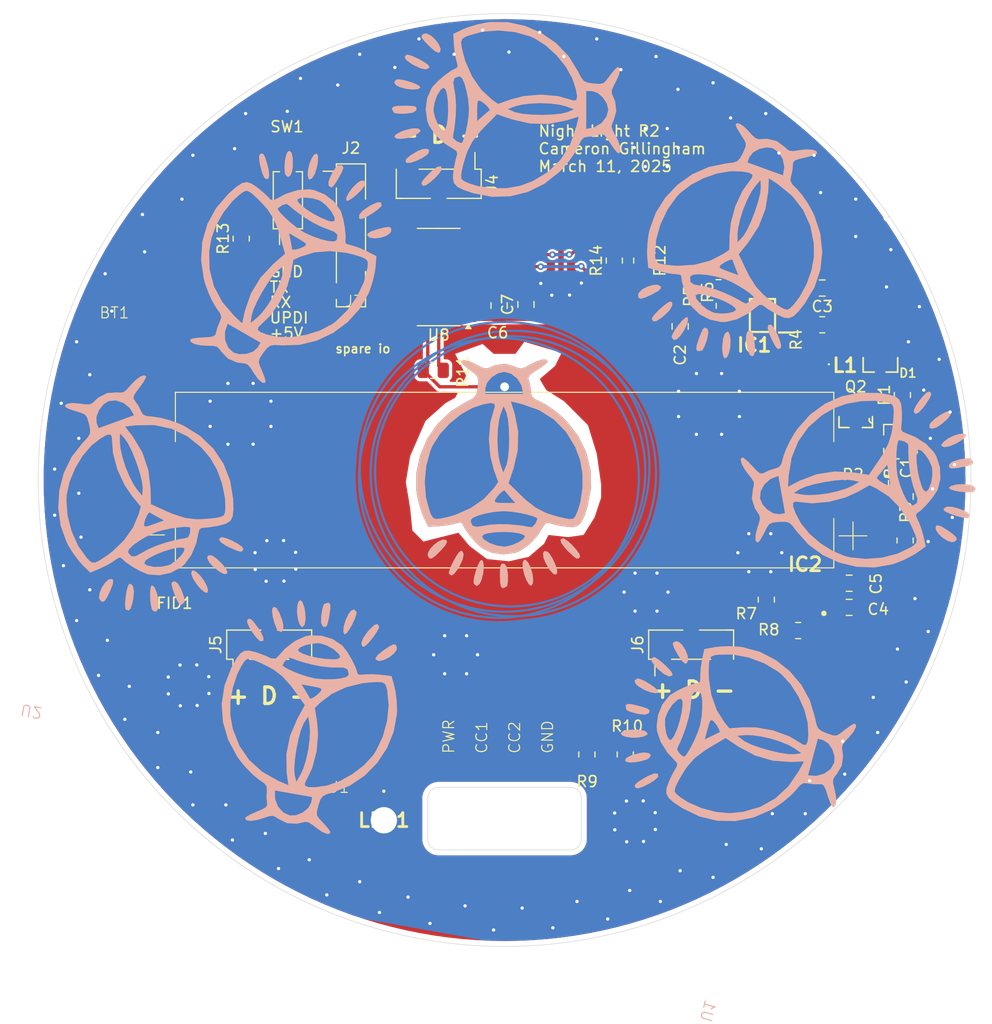
<source format=kicad_pcb>
(kicad_pcb (version 20221018) (generator pcbnew)
  (layers (0 "F.Cu" signal) (31 "B.Cu" signal) (34 "B.Paste" user) (35 "F.Paste" user) (36 "B.SilkS" user "B.Silkscreen") (37 "F.SilkS" user "F.Silkscreen") (38 "B.Mask" user) (39 "F.Mask" user) (44 "Edge.Cuts" user))
  (net 0 "")
  (net 1 "/MCU/RETURN")
  (net 2 "/Charge Controller/Vbatt")
  (net 3 "GND")
  (net 4 "+5V")
  (net 5 "Net-(IC1-LX)")
  (net 6 "Net-(IC1-EN)")
  (net 7 "Net-(IC1-FB)")
  (net 9 "Net-(IC1-VIN)")
  (net 10 "Net-(Q1-G)")
  (net 11 "Net-(D1-Pad3)")
  (net 13 "/Charge Controller/Vbus")
  (net 14 "/MCU/FET_CONTROL")
  (net 16 "Net-(IC2-STAT)")
  (net 17 "Net-(IC2-PROG)")
  (net 18 "Net-(J1-CC1)")
  (net 19 "Net-(J1-CC2)")
  (net 20 "/MCU/LED_DATA")
  (net 21 "Net-(J5-Pin_2)")
  (net 22 "/MCU/PA_1")
  (net 23 "/MCU/PA_2")
  (net 24 "/MCU/PA_3")
  (net 25 "/MCU/TX")
  (net 26 "/MCU/RX")
  (net 27 "/MCU/UPDI")
  (net 28 "Net-(LED1-K)")
  (net 29 "Net-(Q1-D)")
  (net 30 "/MCU/BATT_M")
  (net 31 "/MCU/TILT_SW")
  (net 32 "/MCU/SEND")
  (footprint "Resistor_SMD:R_0805_2012Metric" (layer "F.Cu") (at 160 80 90)
    (fp_text reference "R14")
    (fp_text value "1M")
  )
  (footprint "Resistor_SMD:R_0805_2012Metric" (layer "F.Cu") (at 186.25 92.25 90)
    (fp_text reference "R1")
    (fp_text value "10K")
  )
  (footprint "Capacitor_SMD:C_0805_2012Metric" (layer "F.Cu") (at 149.5 84.1 90)
    (fp_text reference "C6")
    (fp_text value "22uF")
  )
  (footprint "Resistor_SMD:R_0805_2012Metric" (layer "F.Cu") (at 157.5 125 -90)
    (fp_text reference "R9")
    (fp_text value "5.1k")
  )
  (footprint "Resistor_SMD:R_0805_2012Metric" (layer "F.Cu") (at 184.25 100.25 90)
    (fp_text reference "R2")
    (fp_text value "1M")
  )
  (footprint "Resistor_SMD:R_0805_2012Metric" (layer "F.Cu") (at 178.95 85.85 180)
    (fp_text reference "R4")
    (fp_text value "750K")
  )
  (footprint "Capacitor_SMD:C_0805_2012Metric" (layer "F.Cu") (at 186.5 101.5 -90)
    (fp_text reference "C1")
    (fp_text value "0.1uF")
  )
  (footprint "SRN2510BTA-2R2M:SRN2510BTA2R2M" (layer "F.Cu") (at 177.4 89.45 180)
    (fp_text reference "L1")
    (fp_text value "SRN2510BTA-2R2M" hide)
  )
  (footprint "Resistor_SMD:R_0805_2012Metric" (layer "F.Cu") (at 126 78 90)
    (fp_text reference "R13")
    (fp_text value "10k")
  )
  (footprint "Resistor_SMD:R_0805_2012Metric" (layer "F.Cu") (at 161 125 -90)
    (fp_text reference "R10")
    (fp_text value "5.1k")
  )
  (footprint "IRLML6402TRPBF:SOT95P237X112-3N" (layer "F.Cu") (at 185.25 96.5 180)
    (fp_text reference "Q1")
    (fp_text value "NMOS")
  )
  (footprint "Fiducial:Fiducial_1.5mm_Mask3mm" (layer "F.Cu") (at 119.925 113.7)
    (fp_text reference "FID1")
    (fp_text value "Fiducial")
  )
  (footprint "Capacitor_SMD:C_0805_2012Metric" (layer "F.Cu") (at 181.4 111.6)
    (fp_text reference "C4")
    (fp_text value "4.7uF")
  )
  (footprint "Resistor_SMD:R_0805_2012Metric" (layer "F.Cu") (at 143.5 90 180)
    (fp_text reference "R11")
    (fp_text value "1M")
  )
  (footprint "Resistor_SMD:R_0805_2012Metric" (layer "F.Cu") (at 169.5 81 180)
    (fp_text reference "R6")
    (fp_text value "100K")
  )
  (footprint "BAT54C:SOT23-R" (layer "F.Cu") (at 184.25 89.5 180)
    (fp_text reference "D1")
    (fp_text value "BAT54C")
  )
  (footprint "Capacitor_SMD:C_0805_2012Metric" (layer "F.Cu") (at 178.95 82.5 180)
    (fp_text reference "C3")
    (fp_text value "22uF")
  )
  (footprint "MCP73123T-22SI_MF:SON50P300X300X100-11N-D" (layer "F.Cu") (at 177.2 110.5 180)
    (fp_text reference "IC2")
    (fp_text value "MCP73123T-22SI_MF" hide)
  )
  (footprint "Resistor_SMD:R_0805_2012Metric" (layer "F.Cu") (at 168.55 84.125 -90)
    (fp_text reference "R5")
    (fp_text value "750K")
  )
  (footprint "Connector_PinSocket_2.54mm:PinSocket_1x05_P2.54mm_Vertical_SMD_Pin1Left" (layer "F.Cu") (at 136 77.7)
    (fp_text reference "J2")
    (fp_text value "Conn_01x05_Pin")
  )
  (footprint "Resistor_SMD:R_0805_2012Metric" (layer "F.Cu") (at 173.85 110.9 90)
    (fp_text reference "R7")
    (fp_text value "1K")
  )
  (footprint "PAM2401:SOP65P490X110-8N" (layer "F.Cu") (at 173.5 85 180)
    (fp_text reference "IC1")
    (fp_text value "PAM2401SCADJ" hide)
  )
  (footprint "KiCad-SMTLED:INS124ARUW" (layer "F.Cu") (at 139 131)
    (fp_text reference "LED1")
    (fp_text value "IN-S124ARUW" hide)
  )
  (footprint "myFootprintDesigns:spares_1*3" (layer "F.Cu") (at 135.3 86.7)
    (fp_text reference "J3")
    (fp_text value "Conn_01x03")
  )
  (footprint "Resistor_SMD:R_0805_2012Metric" (layer "F.Cu") (at 162.5 80 -90)
    (fp_text reference "R12")
    (fp_text value "1M")
  )
  (footprint "Connector_PinHeader_2.54mm:PinHeader_2x01_P2.54mm_Vertical_SMD" (layer "F.Cu") (at 130.25 74.5 90)
    (fp_text reference "SW1")
    (fp_text value "TILT")
  )
  (footprint "myFootprintDesigns:14500 Holder" (layer "F.Cu") (at 150 100)
    (fp_text reference "BT1")
    (fp_text value "Battery_Cell")
  )
  (footprint "Capacitor_SMD:C_0805_2012Metric" (layer "F.Cu") (at 181.4 109.4)
    (fp_text reference "C5")
    (fp_text value "4.7uF")
  )
  (footprint "IRLML6344TRPBF:SOT95P240X112-3N" (layer "F.Cu") (at 182 94.5 -90)
    (fp_text reference "Q2")
    (fp_text value "PMOS")
  )
  (footprint "Connector_PinHeader_2.54mm:PinHeader_1x03_P2.54mm_Vertical_SMD_Pin1Left" (layer "F.Cu") (at 128.55 115 90)
    (fp_text reference "J5")
    (fp_text value "Conn_01x03")
  )
  (footprint "Connector_PinHeader_2.54mm:PinHeader_1x03_P2.54mm_Vertical_SMD_Pin1Left" (layer "F.Cu") (at 167 115 90)
    (fp_text reference "J6")
    (fp_text value "Conn_01x03")
  )
  (footprint "Package_SO:SOIC-14_3.9x8.7mm_P1.27mm" (layer "F.Cu") (at 144 81.5 180)
    (fp_text reference "U8")
    (fp_text value "ATtiny1614-SS")
  )
  (footprint "Connector_PinHeader_2.54mm:PinHeader_1x03_P2.54mm_Vertical_SMD_Pin1Left" (layer "F.Cu") (at 144 73 -90)
    (fp_text reference "J4")
    (fp_text value "Conn_01x03")
  )
  (footprint "Capacitor_SMD:C_0805_2012Metric" (layer "F.Cu") (at 166 86 -90)
    (fp_text reference "C2")
    (fp_text value "22uF")
  )
  (footprint "myFootprintDesigns:USB-C_PWR" (layer "F.Cu") (at 150 131)
    (fp_text reference "J1")
    (fp_text value "USB_C_Receptacle_PowerOnly_6P")
    (fp_line (start -7 -2) (end -7 1.7) (stroke (width 0.05)) (layer "Edge.Cuts"))
    (fp_line (start -6 2.7) (end 6 2.7) (stroke (width 0.05)) (layer "Edge.Cuts"))
    (fp_line (start 6 -3) (end -6 -3) (stroke (width 0.05)) (layer "Edge.Cuts"))
    (fp_line (start 7 -2) (end 7 1.7) (stroke (width 0.05)) (layer "Edge.Cuts"))
    (fp_arc (start -7 -2) (mid -6.707107 -2.707107) (end -6 -3) (stroke (width 0.05)) (layer "Edge.Cuts"))
    (fp_arc (start -6 2.7) (mid -6.707107 2.407107) (end -7 1.7) (stroke (width 0.05)) (layer "Edge.Cuts"))
    (fp_arc (start 6 -3) (mid 6.707107 -2.707107) (end 7 -2) (stroke (width 0.05)) (layer "Edge.Cuts"))
    (fp_arc (start 7 1.7) (mid 6.707107 2.407107) (end 6 2.7) (stroke (width 0.05)) (layer "Edge.Cuts"))
  )
  (footprint "Resistor_SMD:R_0805_2012Metric" (layer "F.Cu") (at 186.5 105.5 -90)
    (fp_text reference "R3")
    (fp_text value "1M")
  )
  (footprint "Resistor_SMD:R_0805_2012Metric" (layer "F.Cu") (at 176.755 113.7125)
    (fp_text reference "R8")
    (fp_text value "5.1K")
  )
  (footprint "Capacitor_SMD:C_0805_2012Metric" (layer "F.Cu") (at 151.95 84 90)
    (fp_text reference "C7")
    (fp_text value "0.1uF")
  )
  (footprint "myFootprintDesigns:fireflyTouchNB" (layer "B.Cu") (at 171.45 77.47 160)
    (fp_text reference "U5" hide)
    (fp_text value "~")
  )
  (footprint "myFootprintDesigns:fireflyTouchNB" (layer "B.Cu") (at 181.44969 100.403849 -80)
    (fp_text reference "U4" hide)
    (fp_text value "~")
  )
  (footprint "myFootprintDesigns:fireflyTouchNB" (layer "B.Cu") (at 151.180084 66.103792 90)
    (fp_text reference "U3" hide)
    (fp_text value "~")
  )
  (footprint "myFootprintDesigns:fireflyTouchNB" (layer "B.Cu") (at 132.025 122.45 -10)
    (fp_text reference "U2")
    (fp_text value "~")
  )
  (footprint "myFootprintDesigns:fireflyTouchNB" (layer "B.Cu") (at 116.6 100.625 -160)
    (fp_text reference "U7" hide)
    (fp_text value "~")
  )
  (footprint "myFootprintDesigns:fireflyTouchNB" (layer "B.Cu") (at 172.1 123.45 75)
    (fp_text reference "U1")
    (fp_text value "~")
  )
  (footprint "myFootprintDesigns:fireflyTouch" (layer "B.Cu") (at 150 100 180)
    (fp_text reference "B1" hide)
    (fp_text value "~")
  )
  (footprint "myFootprintDesigns:fireflyTouchNB" (layer "B.Cu") (at 129.54 81.28 -30)
    (fp_text reference "U6" hide)
    (fp_text value "~")
  )
  (gr_circle (center 150.513003 99.2) (end 138.200177 99.266118) (stroke (width 0.2)) (fill none) (layer "B.Cu"))
  (gr_circle (center 150 98.8) (end 163.2 98.8) (stroke (width 0.2)) (fill none) (layer "B.Cu"))
  (gr_circle (center 150.8 99.4) (end 163.8 99.4) (stroke (width 0.2)) (fill none) (layer "B.Cu"))
  (gr_circle (center 149.486997 99.8) (end 162.236997 99.8) (stroke (width 0.2)) (fill none) (layer "B.Cu"))
  (gr_circle locked (center 185 76) (end 185.000001 76) (stroke (width 0.05)) (fill none) (layer "Edge.Cuts"))
  (gr_circle (center 150 100) (end 192.5 100) (stroke (width 0.05)) (fill none) (layer "Edge.Cuts"))
  (gr_text "GND\n" (at 128.5 81.6) (layer "F.SilkS") (effects (font (size 1 1)) (justify left bottom)))
  (gr_text "TX\n" (at 128.5 83) (layer "F.SilkS") (effects (font (size 1 1)) (justify left bottom)))
  (gr_text "+5V\n" (at 128.5 87.2) (layer "F.SilkS") (effects (font (size 1 1)) (justify left bottom)))
  (gr_text "- D +" (at 140.1 69.425) (layer "F.SilkS") (effects (font (size 1.5 1.5) (thickness 0.3) bold) (justify left bottom)))
  (gr_text "spare io" (at 134.5 88.5) (layer "F.SilkS") (effects (font (size 0.8 0.8) (thickness 0.15) bold) (justify left bottom)))
  (gr_text "RX\n\n" (at 128.5 86) (layer "F.SilkS") (effects (font (size 1 1)) (justify left bottom)))
  (gr_text "UPDI\n" (at 128.5 85.8) (layer "F.SilkS") (effects (font (size 1 1)) (justify left bottom)))
  (gr_text "+ D -" (at 124.6 120.55) (layer "F.SilkS") (effects (font (size 1.5 1.5) (thickness 0.3) bold) (justify left bottom)))
  (gr_text "+ D -" (at 163.275 120) (layer "F.SilkS") (effects (font (size 1.5 1.5) (thickness 0.3) bold) (justify left bottom)))
  (gr_text "Night Light R2\nCameron Gillingham\nMarch 11, 2025" (at 153 72) (layer "F.SilkS") (effects (font (size 1 1)) (justify left bottom)))
  (segment (start 143 84.000001) (end 143 89.5875) (width 0.3) (layer "F.Cu") (net 1))
  (segment (start 146.475 81.5) (end 145.500001 81.5) (width 0.3) (layer "F.Cu") (net 1))
  (segment (start 142.5875 90) (end 144.0875 91.5) (width 0.3) (layer "F.Cu") (net 1))
  (segment (start 144.0875 91.5) (end 150 91.5) (width 0.3) (layer "F.Cu") (net 1))
  (segment (start 143 89.5875) (end 142.5875 90) (width 0.3) (layer "F.Cu") (net 1))
  (segment (start 145.500001 81.5) (end 143 84.000001) (width 0.3) (layer "F.Cu") (net 1))
  (segment (start 182 98.48) (end 180.48 100) (width 0.3) (layer "F.Cu") (net 2))
  (segment (start 173.5 80.5) (end 173.5 94.75) (width 0.3) (layer "F.Cu") (net 2))
  (segment (start 173.5 94.75) (end 174.3422 95.5922) (width 0.3) (layer "F.Cu") (net 2))
  (segment (start 184.25 101.1625) (end 181.6425 101.1625) (width 0.3) (layer "F.Cu") (net 2))
  (segment (start 181.6425 101.1625) (end 180.48 100) (width 0.3) (layer "F.Cu") (net 2))
  (segment (start 174.3422 95.5922) (end 182 95.5922) (width 0.3) (layer "F.Cu") (net 2))
  (segment (start 172.0875 79.0875) (end 173.5 80.5) (width 0.3) (layer "F.Cu") (net 2))
  (segment (start 162.5 79.0875) (end 172.0875 79.0875) (width 0.3) (layer "F.Cu") (net 2))
  (segment (start 182 95.5922) (end 182 98.48) (width 0.3) (layer "F.Cu") (net 2))
  (segment (start 186.45 102.4625) (end 186.4125 102.5) (width 0.3) (layer "F.Cu") (net 3))
  (via (at 162.82 71.43) (size 0.6) (drill 0.3) (layers "F.Cu" "B.Cu") (net 3))
  (via (at 153.304621 82.082249) (size 0.6) (drill 0.3) (layers "F.Cu" "B.Cu") (net 3))
  (via (at 127.274621 108.147093) (size 0.6) (drill 0.3) (layers "F.Cu" "B.Cu") (net 3))
  (via (at 188.6 113.8) (size 0.6) (drill 0.3) (layers "F.Cu" "B.Cu") (net 3))
  (via (at 119.35 117.95) (size 0.6) (drill 0.3) (layers "F.Cu" "B.Cu") (net 3))
  (via (at 186.6 118.4) (size 0.6) (drill 0.3) (layers "F.Cu" "B.Cu") (net 3))
  (via (at 155.4 61.4) (size 0.6) (drill 0.3) (layers "F.Cu" "B.Cu") (net 3))
  (via (at 120.6 74.4) (size 0.6) (drill 0.3) (layers "F.Cu" "B.Cu") (net 3))
  (via (at 189.6 89) (size 0.6) (drill 0.3) (layers "F.Cu" "B.Cu") (net 3))
  (via (at 119.363359 119.480675) (size 0.6) (drill 0.3) (layers "F.Cu" "B.Cu") (net 3))
  (via (at 117.2 79.2) (size 0.6) (drill 0.3) (layers "F.Cu" "B.Cu") (net 3))
  (via (at 128.709998 92.813898) (size 0.6) (drill 0.3) (layers "F.Cu" "B.Cu") (net 3))
  (via (at 160.031262 130.341574) (size 0.6) (drill 0.3) (layers "F.Cu" "B.Cu") (net 3))
  (via (at 169.776412 90.29031) (size 0.6) (drill 0.3) (layers "F.Cu" "B.Cu") (net 3))
  (via (at 165.8 64.4) (size 0.6) (drill 0.3) (layers "F.Cu" "B.Cu") (net 3))
  (via (at 123.045379 117.917751) (size 0.6) (drill 0.3) (layers "F.Cu" "B.Cu") (net 3))
  (via (at 125.4 69.8) (size 0.6) (drill 0.3) (layers "F.Cu" "B.Cu") (net 3))
  (via (at 153.2 59.2) (size 0.6) (drill 0.3) (layers "F.Cu" "B.Cu") (net 3))
  (via (at 171.26 106.62) (size 0.6) (drill 0.3) (layers "F.Cu" "B.Cu") (net 3))
  (via (at 190.8 103.4) (size 0.6) (drill 0.3) (layers "F.Cu" "B.Cu") (net 3))
  (via (at 178.2 70.4) (size 0.6) (drill 0.3) (layers "F.Cu" "B.Cu") (net 3))
  (via (at 181 126.8) (size 0.6) (drill 0.3) (layers "F.Cu" "B.Cu") (net 3))
  (via (at 171.4 94.21) (size 0.6) (drill 0.3) (layers "F.Cu" "B.Cu") (net 3))
  (via (at 184 123) (size 0.6) (drill 0.3) (layers "F.Cu" "B.Cu") (net 3))
  (via (at 120.448738 120.568426) (size 0.6) (drill 0.3) (layers "F.Cu" "B.Cu") (net 3))
  (via (at 127.086412 91.19031) (size 0.6) (drill 0.3) (layers "F.Cu" "B.Cu") (net 3))
  (via (at 143.2 140.4) (size 0.6) (drill 0.3) (layers "F.Cu" "B.Cu") (net 3))
  (via (at 136.8 136.6) (size 0.6) (drill 0.3) (layers "F.Cu" "B.Cu") (net 3))
  (via (at 109.8 107.8) (size 0.6) (drill 0.3) (layers "F.Cu" "B.Cu") (net 3))
  (via (at 138.6 139.4) (size 0.6) (drill 0.3) (layers "F.Cu" "B.Cu") (net 3))
  (via (at 191 98.6) (size 0.6) (drill 0.3) (layers "F.Cu" "B.Cu") (net 3))
  (via (at 112.2 90.4) (size 0.6) (drill 0.3) (layers "F.Cu" "B.Cu") (net 3))
  (via (at 118.4 126.2) (size 0.6) (drill 0.3) (layers "F.Cu" "B.Cu") (net 3))
  (via (at 164.2 138.4) (size 0.6) (drill 0.3) (layers "F.Cu" "B.Cu") (net 3))
  (via (at 173.4 133.6) (size 0.6) (drill 0.3) (layers "F.Cu" "B.Cu") (net 3))
  (via (at 164.82 67.965898) (size 0.6) (drill 0.3) (layers "F.Cu" "B.Cu") (net 3))
  (via (at 109.6 93) (size 0.6) (drill 0.3) (layers "F.Cu" "B.Cu") (net 3))
  (via (at 178.8 73.8) (size 0.6) (drill 0.3) (layers "F.Cu" "B.Cu") (net 3))
  (via (at 170.2 133.2) (size 0.6) (drill 0.3) (layers "F.Cu" "B.Cu") (net 3))
  (via (at 114.2 84.6) (size 0.6) (drill 0.3) (layers "F.Cu" "B.Cu") (net 3))
  (via (at 166 135.6) (size 0.6) (drill 0.3) (layers "F.Cu" "B.Cu") (net 3))
  (via (at 151.6 139) (size 0.6) (drill 0.3) (layers "F.Cu" "B.Cu") (net 3))
  (via (at 163.726641 130.309325) (size 0.6) (drill 0.3) (layers "F.Cu" "B.Cu") (net 3))
  (via (at 162.82 67.965898) (size 0.6) (drill 0.3) (layers "F.Cu" "B.Cu") (net 3))
  (via (at 128.71 95.11) (size 0.6) (drill 0.3) (layers "F.Cu" "B.Cu") (net 3))
  (via (at 164.89 110.207949) (size 0.6) (drill 0.3) (layers "F.Cu" "B.Cu") (net 3))
  (via (at 183.6 119.8) (size 0.6) (drill 0.3) (layers "F.Cu" "B.Cu") (net 3))
  (via (at 123.166722 92.813898) (size 0.6) (drill 0.3) (layers "F.Cu" "B.Cu") (net 3))
  (via (at 121.4 126.6) (size 0.6) (drill 0.3) (layers "F.Cu" "B.Cu") (net 3))
  (via (at 113 117.8) (size 0.6) (drill 0.3) (layers "F.Cu" "B.Cu") (net 3))
  (via (at 187.4 110.8) (size 0.6) (drill 0.3) (layers "F.Cu" "B.Cu") (net 3))
  (via (at 160.6 62.6) (size 0.6) (drill 0.3) (layers "F.Cu" "B.Cu") (net 3))
  (via (at 161.4 137.4) (size 0.6) (drill 0.3) (layers "F.Cu" "B.Cu") (net 3))
  (via (at 136.8 61.2) (size 0.6) (drill 0.3) (layers "F.Cu" "B.Cu") (net 3))
  (via (at 165.856722 91.913898) (size 0.6) (drill 0.3) (layers "F.Cu" "B.Cu") (net 3))
  (via (at 111 112.8) (size 0.6) (drill 0.3) (layers "F.Cu" "B.Cu") (net 3))
  (via (at 111.4 105.2) (size 0.6) (drill 0.3) (layers "F.Cu" "B.Cu") (net 3))
  (via (at 124.79031 96.733588) (size 0.6) (drill 0.3) (layers "F.Cu" "B.Cu") (net 3))
  (via (at 190.6 93.8) (size 0.6) (drill 0.3) (layers "F.Cu" "B.Cu") (net 3))
  (via (at 129.897093 109.206641) (size 0.6) (drill 0.3) (layers "F.Cu" "B.Cu") (net 3))
  (via (at 188.6 105.6) (size 0.6) (drill 0.3) (layers "F.Cu" "B.Cu") (net 3))
  (via (at 163.89 111.94) (size 0.6) (drill 0.3) (layers "F.Cu" "B.Cu") (net 3))
  (via (at 121.953582 116.844844) (size 0.6) (drill 0.3) (layers "F.Cu" "B.Cu") (net 3))
  (via (at 155.927093 83.141797) (size 0.6) (drill 0.3) (layers "F.Cu" "B.Cu") (net 3))
  (via (at 169 63.8) (size 0.6) (drill 0.3) (layers "F.Cu" "B.Cu") (net 3))
  (via (at 147.54 115.917949) (size 0.6) (drill 0.3) (layers "F.Cu" "B.Cu") (net 3))
  (via (at 148 59) (size 0.6) (drill 0.3) (layers "F.Cu" "B.Cu") (net 3))
  (via (at 111 87.4) (size 0.6) (drill 0.3) (layers "F.Cu" "B.Cu") (net 3))
  (via (at 112.2 110) (size 0.6) (drill 0.3) (layers "F.Cu" "B.Cu") (net 3))
  (via (at 121.6 70.4) (size 0.6) (drill 0.3) (layers "F.Cu" "B.Cu") (net 3))
  (via (at 125.2 132.8) (size 0.6) (drill 0.3) (layers "F.Cu" "B.Cu") (net 3))
  (via (at 146.54 117.65) (size 0.6) (drill 0.3) (layers "F.Cu" "B.Cu") (net 3))
  (via (at 131.4 63.4) (size 0.6) (drill 0.3) (layers "F.Cu" "B.Cu") (net 3))
  (via (at 162.634844 129.236418) (size 0.6) (drill 0.3) (layers "F.Cu" "B.Cu") (net 3))
  (via (at 142.2 59.8) (size 0.6) (drill 0.3) (layers "F.Cu" "B.Cu") (net 3))
  (via (at 159.4 140) (size 0.6) (drill 0.3) (layers "F.Cu" "B.Cu") (net 3))
  (via (at 123.058738 119.448426) (size 0.6) (drill 0.3) (layers "F.Cu" "B.Cu") (net 3))
  (via (at 160.89 110.207949) (size 0.6) (drill 0.3) (layers "F.Cu" "B.Cu") (net 3))
  (via (at 161.89 111.94) (size 0.6) (drill 0.3) (layers "F.Cu" "B.Cu") (net 3))
  (via (at 186.8 87.4) (size 0.6) (drill 0.3) (layers "F.Cu" "B.Cu") (net 3))
  (via (at 126.4 66.6) (size 0.6) (drill 0.3) (layers "F.Cu" "B.Cu") (net 3))
  (via (at 164.82 71.43) (size 0.6) (drill 0.3) (layers "F.Cu" "B.Cu") (net 3))
  (via (at 124.6 129.6) (size 0.6) (drill 0.3) (layers "F.Cu" "B.Cu") (net 3))
  (via (at 175.26 106.62) (size 0.6) (drill 0.3) (layers "F.Cu" "B.Cu") (net 3))
  (via (at 169 136.2) (size 0.6) (drill 0.3) (layers "F.Cu" "B.Cu") (net 3))
  (via (at 172.26 108.352051) (size 0.6) (drill 0.3) (layers "F.Cu" "B.Cu") (net 3))
  (via (at 173.8 66.6) (size 0.6) (drill 0.3) (layers "F.Cu" "B.Cu") (net 3))
  (via (at 157 82.05) (size 0.6) (drill 0.3) (layers "F.Cu" "B.Cu") (net 3))
  (via (at 127.261262 106.616418) (size 0.6) (drill 0.3) (layers "F.Cu" "B.Cu") (net 3))
  (via (at 117 75.8) (size 0.6) (drill 0.3) (layers "F.Cu" "B.Cu") (net 3))
  (via (at 154.4 140.8) (size 0.6) (drill 0.3) (layers "F.Cu" "B.Cu") (net 3))
  (via (at 129.4 135.4) (size 0.6) (drill 0.3) (layers "F.Cu" "B.Cu") (net 3))
  (via (at 146.54 114.185898) (size 0.6) (drill 0.3) (layers "F.Cu" "B.Cu") (net 3))
  (via (at 140 62.4) (size 0.6) (drill 0.3) (layers "F.Cu" "B.Cu") (net 3))
  (via (at 120.422907 116.858203) (size 0.6) (drill 0.3) (layers "F.Cu" "B.Cu") (net 3))
  (via (at 161.89 108.475898) (size 0.6) (drill 0.3) (layers "F.Cu" "B.Cu") (net 3))
  (via (at 128.27 109.22) (size 0.6) (drill 0.3) (layers "F.Cu" "B.Cu") (net 3))
  (via (at 111.2 96.2) (size 0.6) (drill 0.3) (layers "F.Cu" "B.Cu") (net 3))
  (via (at 180.8 123.8) (size 0.6) (drill 0.3) (layers "F.Cu" "B.Cu") (net 3))
  (via (at 160.044621 131.872249) (size 0.6) (drill 0.3) (layers "F.Cu" "B.Cu") (net 3))
  (via (at 111.2 101.2) (size 0.6) (drill 0.3) (layers "F.Cu" "B.Cu") (net 3))
  (via (at 170.6 67) (size 0.6) (drill 0.3) (layers "F.Cu" "B.Cu") (net 3))
  (via (at 189 100.8) (size 0.6) (drill 0.3) (layers "F.Cu" "B.Cu") (net 3))
  (via (at 115.8 118.8) (size 0.6) (drill 0.3) (layers "F.Cu" "B.Cu") (net 3))
  (via (at 169.776412 95.833586) (size 0.6) (drill 0.3) (layers "F.Cu" "B.Cu") (net 3))
  (via (at 143.54 115.917949) (size 0.6) (drill 0.3) (layers "F.Cu" "B.Cu") (net 3))
  (via (at 174.26 108.352051) (size 0.6) (drill 0.3) (layers "F.Cu" "B.Cu") (net 3))
  (via (at 184.8 82.4) (size 0.6) (drill 0.3) (layers "F.Cu" "B.Cu") (net 3))
  (via (at 158.4 59.8) (size 0.6) (drill 0.3) (layers "F.Cu" "B.Cu") (net 3))
  (via (at 128.334169 105.524621) (size 0.6) (drill 0.3) (layers "F.Cu" "B.Cu") (net 3))
  (via (at 161.13 132.96) (size 0.6) (drill 0.3) (layers "F.Cu" "B.Cu") (net 3))
  (via (at 141.2 138) (size 0.6) (drill 0.3) (layers "F.Cu" "B.Cu") (net 3))
  (via (at 132.2 134.6) (size 0.6) (drill 0.3) (layers "F.Cu" "B.Cu") (net 3))
  (via (at 115.4 121.8) (size 0.6) (drill 0.3) (layers "F.Cu" "B.Cu") (net 3))
  (via (at 185.8 115.4) (size 0.6) (drill 0.3) (layers "F.Cu" "B.Cu") (net 3))
  (via (at 130.97 108.114844) (size 0.6) (drill 0.3) (layers "F.Cu" "B.Cu") (net 3))
  (via (at 171.399998 91.913898) (size 0.6) (drill 0.3) (layers "F.Cu" "B.Cu") (net 3))
  (via (at 113.6 81.2) (size 0.6) (drill 0.3) (layers "F.Cu" "B.Cu") (net 3))
  (via (at 144.54 117.65) (size 0.6) (drill 0.3) (layers "F.Cu" "B.Cu") (net 3))
  (via (at 187.8 84.2) (size 0.6) (drill 0.3) (layers "F.Cu" "B.Cu") (net 3))
  (via (at 175 70.2) (size 0.6) (drill 0.3) (layers "F.Cu" "B.Cu") (net 3))
  (via (at 188.8 96.2) (size 0.6) (drill 0.3) (layers "F.Cu" "B.Cu") (net 3))
  (via (at 109 103.2) (size 0.6) (drill 0.3) (layers "F.Cu" "B.Cu") (net 3))
  (via (at 165.82 69.697949) (size 0.6) (drill 0.3) (layers "F.Cu" "B.Cu") (net 3))
  (via (at 156.6 138.4) (size 0.6) (drill 0.3) (layers "F.Cu" "B.Cu") (net 3))
  (via (at 185.2 79) (size 0.6) (drill 0.3) (layers "F.Cu" "B.Cu") (net 3))
  (via (at 129.864844 105.511262) (size 0.6) (drill 0.3) (layers "F.Cu" "B.Cu") (net 3))
  (via (at 124.79031 91.190312) (size 0.6) (drill 0.3) (layers "F.Cu" "B.Cu") (net 3))
  (via (at 163.8 61.4) (size 0.6) (drill 0.3) (layers "F.Cu" "B.Cu") (net 3))
  (via (at 174.4 130.4) (size 0.6) (drill 0.3) (layers "F.Cu" "B.Cu") (net 3))
  (via (at 163.74 131.84) (size 0.6) (drill 0.3) (layers "F.Cu" "B.Cu") (net 3))
  (via (at 118.4 123) (size 0.6) (drill 0.3) (layers "F.Cu" "B.Cu") (net 3))
  (via (at 149 141) (size 0.6) (drill 0.3) (layers "F.Cu" "B.Cu") (net 3))
  (via (at 128.2 132.2) (size 0.6) (drill 0.3) (layers "F.Cu" "B.Cu") (net 3))
  (via (at 121.985831 120.540223) (size 0.6) (drill 0.3) (layers "F.Cu" "B.Cu") (net 3))
  (via (at 165.856724 94.21) (size 0.6) (drill 0.3) (layers "F.Cu" "B.Cu") (net 3))
  (via (at 134.8 64) (size 0.6) (drill 0.3) (layers "F.Cu" "B.Cu") (net 3))
  (via (at 177.8 127.4) (size 0.6) (drill 0.3) (layers "F.Cu" "B.Cu") (net 3))
  (via (at 177.4 130.4) (size 0.6) (drill 0.3) (layers "F.Cu" "B.Cu") (net 3))
  (via (at 154.3 83.155156) (size 0.6) (drill 0.3) (layers "F.Cu" "B.Cu") (net 3))
  (via (at 182 77.8) (size 0.6) (drill 0.3) (layers "F.Cu" "B.Cu") (net 3))
  (via (at 144.54 114.185898) (size 0.6) (drill 0.3) (layers "F.Cu" "B.Cu") (net 3))
  (via (at 145.4 61.2) (size 0.6) (drill 0.3) (layers "F.Cu" "B.Cu") (net 3))
  (via (at 127.086412 96.733586) (size 0.6) (drill 0.3) (layers "F.Cu" "B.Cu") (net 3))
  (via (at 161.82 69.697949) (size 0.6) (drill 0.3) (layers "F.Cu" "B.Cu") (net 3))
  (via (at 182 74.4) (size 0.6) (drill 0.3) (layers "F.Cu" "B.Cu") (net 3))
  (via (at 130.2 66.4) (size 0.6) (drill 0.3) (layers "F.Cu" "B.Cu") (net 3))
  (via (at 188.2 91.8) (size 0.6) (drill 0.3) (layers "F.Cu" "B.Cu") (net 3))
  (via (at 172.26 104.887949) (size 0.6) (drill 0.3) (layers "F.Cu" "B.Cu") (net 3))
  (via (at 146.4 138.8) (size 0.6) (drill 0.3) (layers "F.Cu" "B.Cu") (net 3))
  (via (at 163.89 108.475898) (size 0.6) (drill 0.3) (layers "F.Cu" "B.Cu") (net 3))
  (via (at 130.956641 106.584169) (size 0.6) (drill 0.3) (layers "F.Cu" "B.Cu") (net 3))
  (via (at 113.8 114.6) (size 0.6) (drill 0.3) (layers "F.Cu" "B.Cu") (net 3))
  (via (at 167.48031 95.833588) (size 0.6) (drill 0.3) (layers "F.Cu" "B.Cu") (net 3))
  (via (at 174.26 104.887949) (size 0.6) (drill 0.3) (layers "F.Cu" "B.Cu") (net 3))
  (via (at 133.8 137.8) (size 0.6) (drill 0.3) (layers "F.Cu" "B.Cu") (net 3))
  (via (at 109 99) (size 0.6) (drill 0.3) (layers "F.Cu" "B.Cu") (net 3))
  (via (at 167.48031 90.290312) (size 0.6) (drill 0.3) (layers "F.Cu" "B.Cu") (net 3))
  (via (at 161.104169 129.249777) (size 0.6) (drill 0.3) (layers "F.Cu" "B.Cu") (net 3))
  (via (at 123.166724 95.11) (size 0.6) (drill 0.3) (layers "F.Cu" "B.Cu") (net 3))
  (via (at 162.667093 132.931797) (size 0.6) (drill 0.3) (layers "F.Cu" "B.Cu") (net 3))
  (via (at 121.6 129.6) (size 0.6) (drill 0.3) (layers "F.Cu" "B.Cu") (net 3))
  (via (at 150.4 61) (size 0.6) (drill 0.3) (layers "F.Cu" "B.Cu") (net 3))
  (segment (start 155.1375 76.025) (end 155.1375 85.0625) (width 0.5) (layer "F.Cu") (net 4))
  (segment (start 166.345 116.655) (end 164.46 116.655) (width 0.5) (layer "F.Cu") (net 4))
  (segment (start 168.55 85.0375) (end 168.55 114.45) (width 0.5) (layer "F.Cu") (net 4))
  (segment (start 155.1375 76.025) (end 155.1375 74.6375) (width 0.5) (layer "F.Cu") (net 4))
  (segment (start 126 78.9125) (end 126 82.735) (width 0.3) (layer "F.Cu") (net 4))
  (segment (start 126 82.735) (end 126.045 82.78) (width 0.3) (layer "F.Cu") (net 4))
  (segment (start 164.46 116.655) (end 162.39 118.725) (width 0.5) (layer "F.Cu") (net 4))
  (segment (start 126 116.645) (end 126.01 116.655) (width 0.5) (layer "F.Cu") (net 4))
  (segment (start 168.55 114.45) (end 166.345 116.655) (width 0.5) (layer "F.Cu") (net 4))
  (segment (start 126 82.825) (end 126 116.645) (width 0.5) (layer "F.Cu") (net 4))
  (segment (start 128.08 118.725) (end 126.01 116.655) (width 0.5) (layer "F.Cu") (net 4))
  (segment (start 148.745 73.55) (end 146.54 71.345) (width 0.5) (layer "F.Cu") (net 4))
  (segment (start 155.1375 74.6375) (end 154.05 73.55) (width 0.5) (layer "F.Cu") (net 4))
  (segment (start 126.045 82.78) (end 126 82.825) (width 0.5) (layer "F.Cu") (net 4))
  (segment (start 162.39 118.725) (end 128.08 118.725) (width 0.5) (layer "F.Cu") (net 4))
  (segment (start 154.05 73.55) (end 148.745 73.55) (width 0.5) (layer "F.Cu") (net 4))
  (segment (start 134.35 82.78) (end 126.045 82.78) (width 0.5) (layer "F.Cu") (net 4))
  (segment (start 177.9125 85.325) (end 177.9875 85.4) (width 0.3) (layer "F.Cu") (net 6))
  (segment (start 175.712 85.325) (end 177.9125 85.325) (width 0.3) (layer "F.Cu") (net 6))
  (segment (start 168.55 81.0375) (end 168.5875 81) (width 0.3) (layer "F.Cu") (net 7))
  (segment (start 169.0875 84.025) (end 168.55 83.4875) (width 0.3) (layer "F.Cu") (net 7))
  (segment (start 168.55 83.4875) (end 168.55 81.0375) (width 0.3) (layer "F.Cu") (net 7))
  (segment (start 171.288 84.025) (end 169.0875 84.025) (width 0.3) (layer "F.Cu") (net 7))
  (segment (start 178.982 89.45) (end 178.325 89.45) (width 0.3) (layer "F.Cu") (net 9))
  (segment (start 182.9398 93.4078) (end 178.982 89.45) (width 0.3) (layer "F.Cu") (net 9))
  (segment (start 187.575 101.625) (end 187.575 103.5125) (width 0.3) (layer "F.Cu") (net 10))
  (segment (start 186.5 100.55) (end 187.575 101.625) (width 0.3) (layer "F.Cu") (net 10))
  (segment (start 186.25 93.1625) (end 186.25 95.525) (width 0.3) (layer "F.Cu") (net 10))
  (segment (start 187.275 99.775) (end 187.275 96.55) (width 0.3) (layer "F.Cu") (net 10))
  (segment (start 187.575 103.5125) (end 186.5 104.5875) (width 0.3) (layer "F.Cu") (net 10))
  (segment (start 187.275 96.55) (end 186.275 95.55) (width 0.3) (layer "F.Cu") (net 10))
  (segment (start 186.25 95.525) (end 186.275 95.55) (width 0.3) (layer "F.Cu") (net 10))
  (segment (start 186.5 100.55) (end 187.275 99.775) (width 0.3) (layer "F.Cu") (net 10))
  (segment (start 186.25 91.3375) (end 185.0875 91.3375) (width 0.3) (layer "F.Cu") (net 11))
  (segment (start 185.0875 91.3375) (end 184.25 90.5) (width 0.3) (layer "F.Cu") (net 11))
  (segment (start 180.45 111.95) (end 180.45 115) (width 0.5) (layer "F.Cu") (net 13))
  (segment (start 187.75 88.5) (end 189.75 90.5) (width 0.3) (layer "F.Cu") (net 13))
  (segment (start 189.75 90.5) (end 189.75 111.5) (width 0.3) (layer "F.Cu") (net 13))
  (segment (start 185.2 88.5) (end 187.75 88.5) (width 0.3) (layer "F.Cu") (net 13))
  (segment (start 139 132.56) (end 139.925 132.56) (width 0.3) (layer "F.Cu") (net 13))
  (segment (start 147.05 120.95) (end 145.5 122.5) (width 0.5) (layer "F.Cu") (net 13))
  (segment (start 145.5 122.5) (end 145.5 125.8685) (width 0.5) (layer "F.Cu") (net 13))
  (segment (start 180.45 118.775) (end 178.275 120.95) (width 0.5) (layer "F.Cu") (net 13))
  (segment (start 139.925 132.56) (end 140.85 131.635) (width 0.3) (layer "F.Cu") (net 13))
  (segment (start 188.25 113) (end 180.45 113) (width 0.3) (layer "F.Cu") (net 13))
  (segment (start 189.75 111.5) (end 188.25 113) (width 0.3) (layer "F.Cu") (net 13))
  (segment (start 140.85 127.3) (end 142.15 126) (width 0.3) (layer "F.Cu") (net 13))
  (segment (start 178.275 120.95) (end 147.05 120.95) (width 0.5) (layer "F.Cu") (net 13))
  (segment (start 140.85 131.635) (end 140.85 127.3) (width 0.3) (layer "F.Cu") (net 13))
  (segment (start 180.45 115) (end 180.45 118.775) (width 0.5) (layer "F.Cu") (net 13))
  (segment (start 142.15 126) (end 145.5 126) (width 0.3) (layer "F.Cu") (net 13))
  (segment (start 156.053582 79.446418) (end 158 77.5) (width 0.3) (layer "F.Cu") (net 14))
  (segment (start 155.894844 79.446418) (end 156.053582 79.446418) (width 0.3) (layer "F.Cu") (net 14))
  (segment (start 180.780761 77.5) (end 183.3 80.019239) (width 0.3) (layer "F.Cu") (net 14))
  (segment (start 183.3 80.019239) (end 183.3 88.5) (width 0.3) (layer "F.Cu") (net 14))
  (segment (start 148.220222 79.459777) (end 154.364169 79.459777) (width 0.3) (layer "F.Cu") (net 14))
  (segment (start 158 77.5) (end 180.780761 77.5) (width 0.3) (layer "F.Cu") (net 14))
  (segment (start 146.475 80.23) (end 147.449999 80.23) (width 0.3) (layer "F.Cu") (net 14))
  (segment (start 147.449999 80.23) (end 148.220222 79.459777) (width 0.3) (layer "F.Cu") (net 14))
  (via (at 154.364169 79.459777) (size 0.6) (drill 0.3) (layers "F.Cu" "B.Cu") (net 14))
  (via (at 155.894844 79.446418) (size 0.6) (drill 0.3) (layers "F.Cu" "B.Cu") (net 14))
  (segment (start 155.881485 79.459777) (end 155.894844 79.446418) (width 0.3) (layer "B.Cu") (net 14))
  (segment (start 154.364169 79.459777) (end 155.881485 79.459777) (width 0.3) (layer "B.Cu") (net 14))
  (segment (start 175.7 110) (end 173.8625 110) (width 0.3) (layer "F.Cu") (net 16))
  (segment (start 173.8625 110) (end 173.85 109.9875) (width 0.3) (layer "F.Cu") (net 16))
  (segment (start 159.4125 122.5) (end 161 124.0875) (width 0.3) (layer "F.Cu") (net 18))
  (segment (start 151.8685 122.5) (end 159.4125 122.5) (width 0.3) (layer "F.Cu") (net 18))
  (segment (start 148.5 125.8685) (end 151.8685 122.5) (width 0.3) (layer "F.Cu") (net 18))
  (segment (start 156.9125 123.5) (end 157.5 124.0875) (width 0.3) (layer "F.Cu") (net 19))
  (segment (start 152.5 123.5) (end 156.9125 123.5) (width 0.3) (layer "F.Cu") (net 19))
  (segment (start 151.5 125.8685) (end 151.5 124.5) (width 0.3) (layer "F.Cu") (net 19))
  (segment (start 151.5 124.5) (end 152.5 123.5) (width 0.3) (layer "F.Cu") (net 19))
  (segment (start 144 76.5) (end 142.81 77.69) (width 0.3) (layer "F.Cu") (net 20))
  (segment (start 142.81 77.69) (end 141.525 77.69) (width 0.3) (layer "F.Cu") (net 20))
  (segment (start 144 74.655) (end 144 76.5) (width 0.3) (layer "F.Cu") (net 20))
  (segment (start 128.55 113.345) (end 167 113.345) (width 0.3) (layer "F.Cu") (net 21))
  (segment (start 141.525 81.5) (end 140.5 81.5) (width 0.3) (layer "F.Cu") (net 22))
  (segment (start 140.5 81.5) (end 135.3 86.7) (width 0.3) (layer "F.Cu") (net 22))
  (segment (start 141.525 82.77) (end 140.73 82.77) (width 0.3) (layer "F.Cu") (net 23))
  (segment (start 140.73 82.77) (end 136.8 86.7) (width 0.3) (layer "F.Cu") (net 23))
  (segment (start 140.96 84.04) (end 138.3 86.7) (width 0.3) (layer "F.Cu") (net 24))
  (segment (start 141.525 84.04) (end 140.96 84.04) (width 0.3) (layer "F.Cu") (net 24))
  (segment (start 142.935 72.325) (end 140.1 75.16) (width 0.3) (layer "F.Cu") (net 25))
  (segment (start 144.832106 72.325) (end 142.935 72.325) (width 0.3) (layer "F.Cu") (net 25))
  (segment (start 145.5 72.992894) (end 144.832106 72.325) (width 0.3) (layer "F.Cu") (net 25))
  (segment (start 146.475 77.69) (end 145.5 76.715) (width 0.3) (layer "F.Cu") (net 25))
  (segment (start 140.1 75.16) (end 137.65 75.16) (width 0.3) (layer "F.Cu") (net 25))
  (segment (start 145.5 76.715) (end 145.5 72.992894) (width 0.3) (layer "F.Cu") (net 25))
  (segment (start 145 78.459999) (end 145.500001 78.96) (width 0.3) (layer "F.Cu") (net 26))
  (segment (start 134.35 77.7) (end 138.5 77.7) (width 0.3) (layer "F.Cu") (net 26))
  (segment (start 145 73.2) (end 145 78.459999) (width 0.3) (layer "F.Cu") (net 26))
  (segment (start 143.375 72.825) (end 144.625 72.825) (width 0.3) (layer "F.Cu") (net 26))
  (segment (start 145.500001 78.96) (end 146.475 78.96) (width 0.3) (layer "F.Cu") (net 26))
  (segment (start 138.5 77.7) (end 143.375 72.825) (width 0.3) (layer "F.Cu") (net 26))
  (segment (start 144.625 72.825) (end 145 73.2) (width 0.3) (layer "F.Cu") (net 26))
  (segment (start 141.525 80.23) (end 137.66 80.23) (width 0.3) (layer "F.Cu") (net 27))
  (segment (start 137.66 80.23) (end 137.65 80.24) (width 0.3) (layer "F.Cu") (net 27))
  (segment (start 173.85 118.275) (end 172.275 119.85) (width 0.3) (layer "F.Cu") (net 28))
  (segment (start 139 121.175) (end 139 129.44) (width 0.3) (layer "F.Cu") (net 28))
  (segment (start 140.325 119.85) (end 139 121.175) (width 0.3) (layer "F.Cu") (net 28))
  (segment (start 172.275 119.85) (end 140.325 119.85) (width 0.3) (layer "F.Cu") (net 28))
  (segment (start 173.85 111.8125) (end 173.85 118.275) (width 0.3) (layer "F.Cu") (net 28))
  (segment (start 184.25 99.3375) (end 184.3875 99.3375) (width 0.3) (layer "F.Cu") (net 29))
  (segment (start 184.3875 99.3375) (end 186.275 97.45) (width 0.3) (layer "F.Cu") (net 29))
  (segment (start 181.0602 93.4078) (end 182.2342 94.5818) (width 0.3) (layer "F.Cu") (net 29))
  (segment (start 186.275 97.1) (end 186.275 97.45) (width 0.3) (layer "F.Cu") (net 29))
  (segment (start 183.7568 94.5818) (end 186.275 97.1) (width 0.3) (layer "F.Cu") (net 29))
  (segment (start 182.2342 94.5818) (end 183.7568 94.5818) (width 0.3) (layer "F.Cu") (net 29))
  (segment (start 146.891262 84.04) (end 150.379688 80.551574) (width 0.3) (layer "F.Cu") (net 30))
  (segment (start 157.379816 80.9125) (end 160 80.9125) (width 0.3) (layer "F.Cu") (net 30))
  (segment (start 146.475 84.04) (end 146.891262 84.04) (width 0.3) (layer "F.Cu") (net 30))
  (segment (start 162.5 80.9125) (end 160 80.9125) (width 0.3) (layer "F.Cu") (net 30))
  (segment (start 150.379688 80.551574) (end 153.291262 80.551574) (width 0.3) (layer "F.Cu") (net 30))
  (segment (start 156.986641 80.519325) (end 157.379816 80.9125) (width 0.3) (layer "F.Cu") (net 30))
  (via (at 156.986641 80.519325) (size 0.6) (drill 0.3) (layers "F.Cu" "B.Cu") (net 30))
  (via (at 153.291262 80.551574) (size 0.6) (drill 0.3) (layers "F.Cu" "B.Cu") (net 30))
  (segment (start 156.954392 80.551574) (end 156.986641 80.519325) (width 0.3) (layer "B.Cu") (net 30))
  (segment (start 153.291262 80.551574) (end 156.954392 80.551574) (width 0.3) (layer "B.Cu") (net 30))
  (segment (start 132.21 78.96) (end 130.275 77.025) (width 0.3) (layer "F.Cu") (net 31))
  (segment (start 130.275 77.025) (end 130.25 77.025) (width 0.3) (layer "F.Cu") (net 31))
  (segment (start 126.0625 77.025) (end 126 77.0875) (width 0.3) (layer "F.Cu") (net 31))
  (segment (start 130.25 77.025) (end 126.0625 77.025) (width 0.3) (layer "F.Cu") (net 31))
  (segment (start 141.525 78.96) (end 132.21 78.96) (width 0.3) (layer "F.Cu") (net 31))
  (segment (start 145.500001 82.77) (end 144 84.270001) (width 0.3) (layer "F.Cu") (net 32))
  (segment (start 144 89.5875) (end 144.4125 90) (width 0.3) (layer "F.Cu") (net 32))
  (segment (start 146.475 82.77) (end 145.500001 82.77) (width 0.3) (layer "F.Cu") (net 32))
  (segment (start 144 84.270001) (end 144 89.5875) (width 0.3) (layer "F.Cu") (net 32))
  (zone (net 9) (net_name "Net-(IC1-VIN)") (layer "F.Cu") (priority 2) (connect_pads yes (clearance 0.025)) (min_thickness 0.025) (fill yes (thermal_gap 0.1) (thermal_bridge_width 0.5))
    (polygon (pts (xy 179.4 82.6) (xy 179.375 86.3) (xy 177.8 88.275) (xy 178.825 88.275) (xy 180.375 86.45) (xy 180.375 84.9) (xy 180.425 82.6)))
  )
  (zone (net 9) (net_name "Net-(IC1-VIN)") (layer "F.Cu") (priority 2) (connect_pads yes (clearance 0.025)) (min_thickness 0.025) (fill yes (thermal_gap 0.1) (thermal_bridge_width 0.5))
    (polygon (pts (xy 176.325 84.475) (xy 176.35 84.875) (xy 179.35 84.825) (xy 180 84.85) (xy 180 83.675) (xy 176.3 84.475)))
  )
  (zone (net 3) (net_name "GND") (layer "F.Cu") (priority 1) (connect_pads (clearance 0.3)) (min_thickness 0.2) (fill yes (thermal_gap 0.2) (thermal_bridge_width 0.5))
    (polygon (pts (xy 136.819054 58.65356) (xy 117.419054 67.85356) (xy 105.219054 83.65356) (xy 104.019054 121.45356) (xy 119.619054 136.85356) (xy 140.819054 143.05356) (xy 166.619054 145.25356) (xy 188.219054 124.05356) (xy 194.419054 94.45356) (xy 187.019054 69.45356) (xy 170.619054 58.85356) (xy 142.619054 56.25356) (xy 136.619054 58.25356) (xy 136.419054 58.85356)))
  )
  (zone (net 0) (net_name "") (layer "F.Cu") (name "Electrode Keepout") (connect_pads (clearance 0)) (min_thickness 0.25)
    (keepout (tracks allowed) (vias not_allowed) (pads allowed) (copperpour not_allowed) (footprints not_allowed))
    (fill (thermal_gap 0.5) (thermal_bridge_width 0.5))
    (polygon (pts (xy 146.5 90.5) (xy 145.5 92.5) (xy 144.6 93) (xy 142.8 94.6) (xy 141.4 97.8) (xy 141 100.2) (xy 141.4 102.6) (xy 141.6 104.6) (xy 142.6 105.6) (xy 145.8 104.8) (xy 146.8 106) (xy 148.4 107.2) (xy 150.4 107.4) (xy 152.2 107) (xy 153.6 105.8) (xy 154 105) (xy 155.8 105.2) (xy 157.2 105) (xy 158.2 103.4) (xy 158.8 101.6) (xy 158.8 100.4) (xy 158.4 97.6) (xy 157.6 95) (xy 155.4 92.8) (xy 153.8 91.8) (xy 153.2 90.8) (xy 154.6 89.6) (xy 155.2 88.4) (xy 151.8 87.4) (xy 151 88.5) (xy 149 88.5) (xy 148 87.6) (xy 145.5 88.5)))
  )
  (zone (net 4) (net_name "+5V") (layer "F.Cu") (priority 2) (connect_pads yes (clearance 0.025)) (min_thickness 0.025) (fill yes (thermal_gap 0.1) (thermal_bridge_width 0.5))
    (polygon (pts (xy 170.75 85.1) (xy 168.65 84.95) (xy 147.55 84.95) (xy 147.1 85.05) (xy 147.15 85.5) (xy 168.55 85.5) (xy 170.75 85.55) (xy 170.75 85.15)))
  )
  (zone (net 5) (net_name "Net-(IC1-LX)") (layer "F.Cu") (priority 2) (connect_pads yes (clearance 0.025)) (min_thickness 0.025) (fill yes (thermal_gap 0.1) (thermal_bridge_width 0.5))
    (polygon (pts (xy 177 88.325) (xy 176.4 86.15) (xy 175.075 86.125) (xy 175.95 88.35) (xy 176.9 88.35)))
  )
  (zone (net 3) (net_name "GND") (layer "B.Cu") (priority 1) (connect_pads yes (clearance 0.025)) (min_thickness 0.025) (fill yes (thermal_gap 0.1) (thermal_bridge_width 0.1))
    (polygon (pts (xy 188.219054 124.05356) (xy 166.619054 145.25356) (xy 119.619054 136.85356) (xy 104.019054 121.45356) (xy 105.219054 83.65356) (xy 117.419054 67.85356) (xy 136.619054 58.25356) (xy 142.619054 56.25356) (xy 170.619054 58.85356) (xy 187.019054 69.45356) (xy 194.419054 94.45356) (xy 194 112)))
  )
)
</source>
